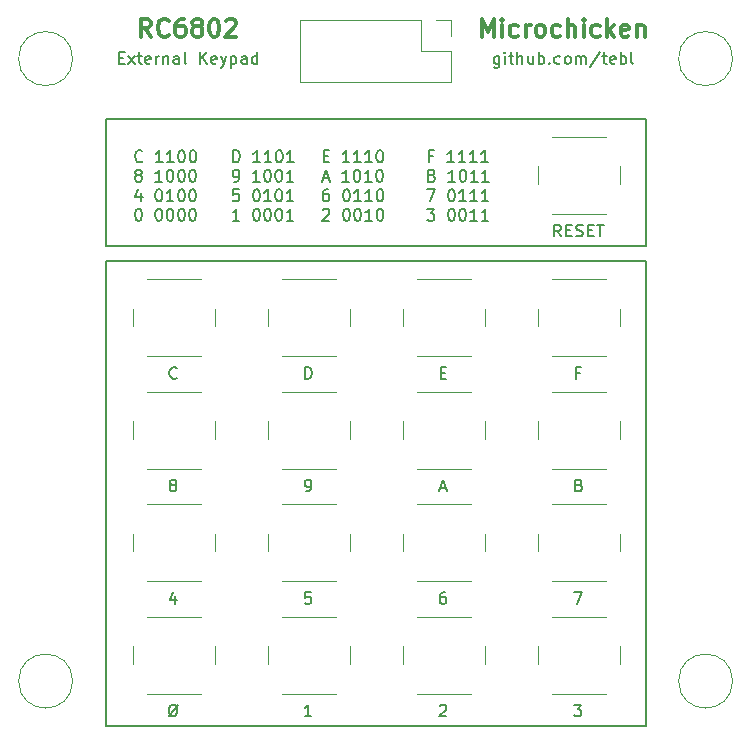
<source format=gto>
G04 #@! TF.FileFunction,Legend,Top*
%FSLAX46Y46*%
G04 Gerber Fmt 4.6, Leading zero omitted, Abs format (unit mm)*
G04 Created by KiCad (PCBNEW 4.0.7) date 09/22/19 17:23:35*
%MOMM*%
%LPD*%
G01*
G04 APERTURE LIST*
%ADD10C,0.100000*%
%ADD11C,0.300000*%
%ADD12C,0.150000*%
%ADD13C,0.200000*%
%ADD14C,0.120000*%
G04 APERTURE END LIST*
D10*
D11*
X157572143Y-82593571D02*
X157572143Y-81093571D01*
X158072143Y-82165000D01*
X158572143Y-81093571D01*
X158572143Y-82593571D01*
X159286429Y-82593571D02*
X159286429Y-81593571D01*
X159286429Y-81093571D02*
X159215000Y-81165000D01*
X159286429Y-81236429D01*
X159357857Y-81165000D01*
X159286429Y-81093571D01*
X159286429Y-81236429D01*
X160643572Y-82522143D02*
X160500715Y-82593571D01*
X160215001Y-82593571D01*
X160072143Y-82522143D01*
X160000715Y-82450714D01*
X159929286Y-82307857D01*
X159929286Y-81879286D01*
X160000715Y-81736429D01*
X160072143Y-81665000D01*
X160215001Y-81593571D01*
X160500715Y-81593571D01*
X160643572Y-81665000D01*
X161286429Y-82593571D02*
X161286429Y-81593571D01*
X161286429Y-81879286D02*
X161357857Y-81736429D01*
X161429286Y-81665000D01*
X161572143Y-81593571D01*
X161715000Y-81593571D01*
X162429286Y-82593571D02*
X162286428Y-82522143D01*
X162215000Y-82450714D01*
X162143571Y-82307857D01*
X162143571Y-81879286D01*
X162215000Y-81736429D01*
X162286428Y-81665000D01*
X162429286Y-81593571D01*
X162643571Y-81593571D01*
X162786428Y-81665000D01*
X162857857Y-81736429D01*
X162929286Y-81879286D01*
X162929286Y-82307857D01*
X162857857Y-82450714D01*
X162786428Y-82522143D01*
X162643571Y-82593571D01*
X162429286Y-82593571D01*
X164215000Y-82522143D02*
X164072143Y-82593571D01*
X163786429Y-82593571D01*
X163643571Y-82522143D01*
X163572143Y-82450714D01*
X163500714Y-82307857D01*
X163500714Y-81879286D01*
X163572143Y-81736429D01*
X163643571Y-81665000D01*
X163786429Y-81593571D01*
X164072143Y-81593571D01*
X164215000Y-81665000D01*
X164857857Y-82593571D02*
X164857857Y-81093571D01*
X165500714Y-82593571D02*
X165500714Y-81807857D01*
X165429285Y-81665000D01*
X165286428Y-81593571D01*
X165072143Y-81593571D01*
X164929285Y-81665000D01*
X164857857Y-81736429D01*
X166215000Y-82593571D02*
X166215000Y-81593571D01*
X166215000Y-81093571D02*
X166143571Y-81165000D01*
X166215000Y-81236429D01*
X166286428Y-81165000D01*
X166215000Y-81093571D01*
X166215000Y-81236429D01*
X167572143Y-82522143D02*
X167429286Y-82593571D01*
X167143572Y-82593571D01*
X167000714Y-82522143D01*
X166929286Y-82450714D01*
X166857857Y-82307857D01*
X166857857Y-81879286D01*
X166929286Y-81736429D01*
X167000714Y-81665000D01*
X167143572Y-81593571D01*
X167429286Y-81593571D01*
X167572143Y-81665000D01*
X168215000Y-82593571D02*
X168215000Y-81093571D01*
X168357857Y-82022143D02*
X168786428Y-82593571D01*
X168786428Y-81593571D02*
X168215000Y-82165000D01*
X170000714Y-82522143D02*
X169857857Y-82593571D01*
X169572143Y-82593571D01*
X169429286Y-82522143D01*
X169357857Y-82379286D01*
X169357857Y-81807857D01*
X169429286Y-81665000D01*
X169572143Y-81593571D01*
X169857857Y-81593571D01*
X170000714Y-81665000D01*
X170072143Y-81807857D01*
X170072143Y-81950714D01*
X169357857Y-82093571D01*
X170715000Y-81593571D02*
X170715000Y-82593571D01*
X170715000Y-81736429D02*
X170786428Y-81665000D01*
X170929286Y-81593571D01*
X171143571Y-81593571D01*
X171286428Y-81665000D01*
X171357857Y-81807857D01*
X171357857Y-82593571D01*
D12*
X153432143Y-92703571D02*
X153098809Y-92703571D01*
X153098809Y-93227381D02*
X153098809Y-92227381D01*
X153575000Y-92227381D01*
X155241667Y-93227381D02*
X154670238Y-93227381D01*
X154955952Y-93227381D02*
X154955952Y-92227381D01*
X154860714Y-92370238D01*
X154765476Y-92465476D01*
X154670238Y-92513095D01*
X156194048Y-93227381D02*
X155622619Y-93227381D01*
X155908333Y-93227381D02*
X155908333Y-92227381D01*
X155813095Y-92370238D01*
X155717857Y-92465476D01*
X155622619Y-92513095D01*
X157146429Y-93227381D02*
X156575000Y-93227381D01*
X156860714Y-93227381D02*
X156860714Y-92227381D01*
X156765476Y-92370238D01*
X156670238Y-92465476D01*
X156575000Y-92513095D01*
X158098810Y-93227381D02*
X157527381Y-93227381D01*
X157813095Y-93227381D02*
X157813095Y-92227381D01*
X157717857Y-92370238D01*
X157622619Y-92465476D01*
X157527381Y-92513095D01*
X153360715Y-94353571D02*
X153503572Y-94401190D01*
X153551191Y-94448810D01*
X153598810Y-94544048D01*
X153598810Y-94686905D01*
X153551191Y-94782143D01*
X153503572Y-94829762D01*
X153408334Y-94877381D01*
X153027381Y-94877381D01*
X153027381Y-93877381D01*
X153360715Y-93877381D01*
X153455953Y-93925000D01*
X153503572Y-93972619D01*
X153551191Y-94067857D01*
X153551191Y-94163095D01*
X153503572Y-94258333D01*
X153455953Y-94305952D01*
X153360715Y-94353571D01*
X153027381Y-94353571D01*
X155313096Y-94877381D02*
X154741667Y-94877381D01*
X155027381Y-94877381D02*
X155027381Y-93877381D01*
X154932143Y-94020238D01*
X154836905Y-94115476D01*
X154741667Y-94163095D01*
X155932143Y-93877381D02*
X156027382Y-93877381D01*
X156122620Y-93925000D01*
X156170239Y-93972619D01*
X156217858Y-94067857D01*
X156265477Y-94258333D01*
X156265477Y-94496429D01*
X156217858Y-94686905D01*
X156170239Y-94782143D01*
X156122620Y-94829762D01*
X156027382Y-94877381D01*
X155932143Y-94877381D01*
X155836905Y-94829762D01*
X155789286Y-94782143D01*
X155741667Y-94686905D01*
X155694048Y-94496429D01*
X155694048Y-94258333D01*
X155741667Y-94067857D01*
X155789286Y-93972619D01*
X155836905Y-93925000D01*
X155932143Y-93877381D01*
X157217858Y-94877381D02*
X156646429Y-94877381D01*
X156932143Y-94877381D02*
X156932143Y-93877381D01*
X156836905Y-94020238D01*
X156741667Y-94115476D01*
X156646429Y-94163095D01*
X158170239Y-94877381D02*
X157598810Y-94877381D01*
X157884524Y-94877381D02*
X157884524Y-93877381D01*
X157789286Y-94020238D01*
X157694048Y-94115476D01*
X157598810Y-94163095D01*
X152955952Y-95527381D02*
X153622619Y-95527381D01*
X153194047Y-96527381D01*
X154955952Y-95527381D02*
X155051191Y-95527381D01*
X155146429Y-95575000D01*
X155194048Y-95622619D01*
X155241667Y-95717857D01*
X155289286Y-95908333D01*
X155289286Y-96146429D01*
X155241667Y-96336905D01*
X155194048Y-96432143D01*
X155146429Y-96479762D01*
X155051191Y-96527381D01*
X154955952Y-96527381D01*
X154860714Y-96479762D01*
X154813095Y-96432143D01*
X154765476Y-96336905D01*
X154717857Y-96146429D01*
X154717857Y-95908333D01*
X154765476Y-95717857D01*
X154813095Y-95622619D01*
X154860714Y-95575000D01*
X154955952Y-95527381D01*
X156241667Y-96527381D02*
X155670238Y-96527381D01*
X155955952Y-96527381D02*
X155955952Y-95527381D01*
X155860714Y-95670238D01*
X155765476Y-95765476D01*
X155670238Y-95813095D01*
X157194048Y-96527381D02*
X156622619Y-96527381D01*
X156908333Y-96527381D02*
X156908333Y-95527381D01*
X156813095Y-95670238D01*
X156717857Y-95765476D01*
X156622619Y-95813095D01*
X158146429Y-96527381D02*
X157575000Y-96527381D01*
X157860714Y-96527381D02*
X157860714Y-95527381D01*
X157765476Y-95670238D01*
X157670238Y-95765476D01*
X157575000Y-95813095D01*
X152955952Y-97177381D02*
X153575000Y-97177381D01*
X153241666Y-97558333D01*
X153384524Y-97558333D01*
X153479762Y-97605952D01*
X153527381Y-97653571D01*
X153575000Y-97748810D01*
X153575000Y-97986905D01*
X153527381Y-98082143D01*
X153479762Y-98129762D01*
X153384524Y-98177381D01*
X153098809Y-98177381D01*
X153003571Y-98129762D01*
X152955952Y-98082143D01*
X154955952Y-97177381D02*
X155051191Y-97177381D01*
X155146429Y-97225000D01*
X155194048Y-97272619D01*
X155241667Y-97367857D01*
X155289286Y-97558333D01*
X155289286Y-97796429D01*
X155241667Y-97986905D01*
X155194048Y-98082143D01*
X155146429Y-98129762D01*
X155051191Y-98177381D01*
X154955952Y-98177381D01*
X154860714Y-98129762D01*
X154813095Y-98082143D01*
X154765476Y-97986905D01*
X154717857Y-97796429D01*
X154717857Y-97558333D01*
X154765476Y-97367857D01*
X154813095Y-97272619D01*
X154860714Y-97225000D01*
X154955952Y-97177381D01*
X155908333Y-97177381D02*
X156003572Y-97177381D01*
X156098810Y-97225000D01*
X156146429Y-97272619D01*
X156194048Y-97367857D01*
X156241667Y-97558333D01*
X156241667Y-97796429D01*
X156194048Y-97986905D01*
X156146429Y-98082143D01*
X156098810Y-98129762D01*
X156003572Y-98177381D01*
X155908333Y-98177381D01*
X155813095Y-98129762D01*
X155765476Y-98082143D01*
X155717857Y-97986905D01*
X155670238Y-97796429D01*
X155670238Y-97558333D01*
X155717857Y-97367857D01*
X155765476Y-97272619D01*
X155813095Y-97225000D01*
X155908333Y-97177381D01*
X157194048Y-98177381D02*
X156622619Y-98177381D01*
X156908333Y-98177381D02*
X156908333Y-97177381D01*
X156813095Y-97320238D01*
X156717857Y-97415476D01*
X156622619Y-97463095D01*
X158146429Y-98177381D02*
X157575000Y-98177381D01*
X157860714Y-98177381D02*
X157860714Y-97177381D01*
X157765476Y-97320238D01*
X157670238Y-97415476D01*
X157575000Y-97463095D01*
X144185000Y-92703571D02*
X144518334Y-92703571D01*
X144661191Y-93227381D02*
X144185000Y-93227381D01*
X144185000Y-92227381D01*
X144661191Y-92227381D01*
X146375477Y-93227381D02*
X145804048Y-93227381D01*
X146089762Y-93227381D02*
X146089762Y-92227381D01*
X145994524Y-92370238D01*
X145899286Y-92465476D01*
X145804048Y-92513095D01*
X147327858Y-93227381D02*
X146756429Y-93227381D01*
X147042143Y-93227381D02*
X147042143Y-92227381D01*
X146946905Y-92370238D01*
X146851667Y-92465476D01*
X146756429Y-92513095D01*
X148280239Y-93227381D02*
X147708810Y-93227381D01*
X147994524Y-93227381D02*
X147994524Y-92227381D01*
X147899286Y-92370238D01*
X147804048Y-92465476D01*
X147708810Y-92513095D01*
X148899286Y-92227381D02*
X148994525Y-92227381D01*
X149089763Y-92275000D01*
X149137382Y-92322619D01*
X149185001Y-92417857D01*
X149232620Y-92608333D01*
X149232620Y-92846429D01*
X149185001Y-93036905D01*
X149137382Y-93132143D01*
X149089763Y-93179762D01*
X148994525Y-93227381D01*
X148899286Y-93227381D01*
X148804048Y-93179762D01*
X148756429Y-93132143D01*
X148708810Y-93036905D01*
X148661191Y-92846429D01*
X148661191Y-92608333D01*
X148708810Y-92417857D01*
X148756429Y-92322619D01*
X148804048Y-92275000D01*
X148899286Y-92227381D01*
X144161190Y-94591667D02*
X144637381Y-94591667D01*
X144065952Y-94877381D02*
X144399285Y-93877381D01*
X144732619Y-94877381D01*
X146351667Y-94877381D02*
X145780238Y-94877381D01*
X146065952Y-94877381D02*
X146065952Y-93877381D01*
X145970714Y-94020238D01*
X145875476Y-94115476D01*
X145780238Y-94163095D01*
X146970714Y-93877381D02*
X147065953Y-93877381D01*
X147161191Y-93925000D01*
X147208810Y-93972619D01*
X147256429Y-94067857D01*
X147304048Y-94258333D01*
X147304048Y-94496429D01*
X147256429Y-94686905D01*
X147208810Y-94782143D01*
X147161191Y-94829762D01*
X147065953Y-94877381D01*
X146970714Y-94877381D01*
X146875476Y-94829762D01*
X146827857Y-94782143D01*
X146780238Y-94686905D01*
X146732619Y-94496429D01*
X146732619Y-94258333D01*
X146780238Y-94067857D01*
X146827857Y-93972619D01*
X146875476Y-93925000D01*
X146970714Y-93877381D01*
X148256429Y-94877381D02*
X147685000Y-94877381D01*
X147970714Y-94877381D02*
X147970714Y-93877381D01*
X147875476Y-94020238D01*
X147780238Y-94115476D01*
X147685000Y-94163095D01*
X148875476Y-93877381D02*
X148970715Y-93877381D01*
X149065953Y-93925000D01*
X149113572Y-93972619D01*
X149161191Y-94067857D01*
X149208810Y-94258333D01*
X149208810Y-94496429D01*
X149161191Y-94686905D01*
X149113572Y-94782143D01*
X149065953Y-94829762D01*
X148970715Y-94877381D01*
X148875476Y-94877381D01*
X148780238Y-94829762D01*
X148732619Y-94782143D01*
X148685000Y-94686905D01*
X148637381Y-94496429D01*
X148637381Y-94258333D01*
X148685000Y-94067857D01*
X148732619Y-93972619D01*
X148780238Y-93925000D01*
X148875476Y-93877381D01*
X144589762Y-95527381D02*
X144399285Y-95527381D01*
X144304047Y-95575000D01*
X144256428Y-95622619D01*
X144161190Y-95765476D01*
X144113571Y-95955952D01*
X144113571Y-96336905D01*
X144161190Y-96432143D01*
X144208809Y-96479762D01*
X144304047Y-96527381D01*
X144494524Y-96527381D01*
X144589762Y-96479762D01*
X144637381Y-96432143D01*
X144685000Y-96336905D01*
X144685000Y-96098810D01*
X144637381Y-96003571D01*
X144589762Y-95955952D01*
X144494524Y-95908333D01*
X144304047Y-95908333D01*
X144208809Y-95955952D01*
X144161190Y-96003571D01*
X144113571Y-96098810D01*
X146065952Y-95527381D02*
X146161191Y-95527381D01*
X146256429Y-95575000D01*
X146304048Y-95622619D01*
X146351667Y-95717857D01*
X146399286Y-95908333D01*
X146399286Y-96146429D01*
X146351667Y-96336905D01*
X146304048Y-96432143D01*
X146256429Y-96479762D01*
X146161191Y-96527381D01*
X146065952Y-96527381D01*
X145970714Y-96479762D01*
X145923095Y-96432143D01*
X145875476Y-96336905D01*
X145827857Y-96146429D01*
X145827857Y-95908333D01*
X145875476Y-95717857D01*
X145923095Y-95622619D01*
X145970714Y-95575000D01*
X146065952Y-95527381D01*
X147351667Y-96527381D02*
X146780238Y-96527381D01*
X147065952Y-96527381D02*
X147065952Y-95527381D01*
X146970714Y-95670238D01*
X146875476Y-95765476D01*
X146780238Y-95813095D01*
X148304048Y-96527381D02*
X147732619Y-96527381D01*
X148018333Y-96527381D02*
X148018333Y-95527381D01*
X147923095Y-95670238D01*
X147827857Y-95765476D01*
X147732619Y-95813095D01*
X148923095Y-95527381D02*
X149018334Y-95527381D01*
X149113572Y-95575000D01*
X149161191Y-95622619D01*
X149208810Y-95717857D01*
X149256429Y-95908333D01*
X149256429Y-96146429D01*
X149208810Y-96336905D01*
X149161191Y-96432143D01*
X149113572Y-96479762D01*
X149018334Y-96527381D01*
X148923095Y-96527381D01*
X148827857Y-96479762D01*
X148780238Y-96432143D01*
X148732619Y-96336905D01*
X148685000Y-96146429D01*
X148685000Y-95908333D01*
X148732619Y-95717857D01*
X148780238Y-95622619D01*
X148827857Y-95575000D01*
X148923095Y-95527381D01*
X144113571Y-97272619D02*
X144161190Y-97225000D01*
X144256428Y-97177381D01*
X144494524Y-97177381D01*
X144589762Y-97225000D01*
X144637381Y-97272619D01*
X144685000Y-97367857D01*
X144685000Y-97463095D01*
X144637381Y-97605952D01*
X144065952Y-98177381D01*
X144685000Y-98177381D01*
X146065952Y-97177381D02*
X146161191Y-97177381D01*
X146256429Y-97225000D01*
X146304048Y-97272619D01*
X146351667Y-97367857D01*
X146399286Y-97558333D01*
X146399286Y-97796429D01*
X146351667Y-97986905D01*
X146304048Y-98082143D01*
X146256429Y-98129762D01*
X146161191Y-98177381D01*
X146065952Y-98177381D01*
X145970714Y-98129762D01*
X145923095Y-98082143D01*
X145875476Y-97986905D01*
X145827857Y-97796429D01*
X145827857Y-97558333D01*
X145875476Y-97367857D01*
X145923095Y-97272619D01*
X145970714Y-97225000D01*
X146065952Y-97177381D01*
X147018333Y-97177381D02*
X147113572Y-97177381D01*
X147208810Y-97225000D01*
X147256429Y-97272619D01*
X147304048Y-97367857D01*
X147351667Y-97558333D01*
X147351667Y-97796429D01*
X147304048Y-97986905D01*
X147256429Y-98082143D01*
X147208810Y-98129762D01*
X147113572Y-98177381D01*
X147018333Y-98177381D01*
X146923095Y-98129762D01*
X146875476Y-98082143D01*
X146827857Y-97986905D01*
X146780238Y-97796429D01*
X146780238Y-97558333D01*
X146827857Y-97367857D01*
X146875476Y-97272619D01*
X146923095Y-97225000D01*
X147018333Y-97177381D01*
X148304048Y-98177381D02*
X147732619Y-98177381D01*
X148018333Y-98177381D02*
X148018333Y-97177381D01*
X147923095Y-97320238D01*
X147827857Y-97415476D01*
X147732619Y-97463095D01*
X148923095Y-97177381D02*
X149018334Y-97177381D01*
X149113572Y-97225000D01*
X149161191Y-97272619D01*
X149208810Y-97367857D01*
X149256429Y-97558333D01*
X149256429Y-97796429D01*
X149208810Y-97986905D01*
X149161191Y-98082143D01*
X149113572Y-98129762D01*
X149018334Y-98177381D01*
X148923095Y-98177381D01*
X148827857Y-98129762D01*
X148780238Y-98082143D01*
X148732619Y-97986905D01*
X148685000Y-97796429D01*
X148685000Y-97558333D01*
X148732619Y-97367857D01*
X148780238Y-97272619D01*
X148827857Y-97225000D01*
X148923095Y-97177381D01*
X136517381Y-93227381D02*
X136517381Y-92227381D01*
X136755476Y-92227381D01*
X136898334Y-92275000D01*
X136993572Y-92370238D01*
X137041191Y-92465476D01*
X137088810Y-92655952D01*
X137088810Y-92798810D01*
X137041191Y-92989286D01*
X136993572Y-93084524D01*
X136898334Y-93179762D01*
X136755476Y-93227381D01*
X136517381Y-93227381D01*
X138803096Y-93227381D02*
X138231667Y-93227381D01*
X138517381Y-93227381D02*
X138517381Y-92227381D01*
X138422143Y-92370238D01*
X138326905Y-92465476D01*
X138231667Y-92513095D01*
X139755477Y-93227381D02*
X139184048Y-93227381D01*
X139469762Y-93227381D02*
X139469762Y-92227381D01*
X139374524Y-92370238D01*
X139279286Y-92465476D01*
X139184048Y-92513095D01*
X140374524Y-92227381D02*
X140469763Y-92227381D01*
X140565001Y-92275000D01*
X140612620Y-92322619D01*
X140660239Y-92417857D01*
X140707858Y-92608333D01*
X140707858Y-92846429D01*
X140660239Y-93036905D01*
X140612620Y-93132143D01*
X140565001Y-93179762D01*
X140469763Y-93227381D01*
X140374524Y-93227381D01*
X140279286Y-93179762D01*
X140231667Y-93132143D01*
X140184048Y-93036905D01*
X140136429Y-92846429D01*
X140136429Y-92608333D01*
X140184048Y-92417857D01*
X140231667Y-92322619D01*
X140279286Y-92275000D01*
X140374524Y-92227381D01*
X141660239Y-93227381D02*
X141088810Y-93227381D01*
X141374524Y-93227381D02*
X141374524Y-92227381D01*
X141279286Y-92370238D01*
X141184048Y-92465476D01*
X141088810Y-92513095D01*
X136588809Y-94877381D02*
X136779285Y-94877381D01*
X136874524Y-94829762D01*
X136922143Y-94782143D01*
X137017381Y-94639286D01*
X137065000Y-94448810D01*
X137065000Y-94067857D01*
X137017381Y-93972619D01*
X136969762Y-93925000D01*
X136874524Y-93877381D01*
X136684047Y-93877381D01*
X136588809Y-93925000D01*
X136541190Y-93972619D01*
X136493571Y-94067857D01*
X136493571Y-94305952D01*
X136541190Y-94401190D01*
X136588809Y-94448810D01*
X136684047Y-94496429D01*
X136874524Y-94496429D01*
X136969762Y-94448810D01*
X137017381Y-94401190D01*
X137065000Y-94305952D01*
X138779286Y-94877381D02*
X138207857Y-94877381D01*
X138493571Y-94877381D02*
X138493571Y-93877381D01*
X138398333Y-94020238D01*
X138303095Y-94115476D01*
X138207857Y-94163095D01*
X139398333Y-93877381D02*
X139493572Y-93877381D01*
X139588810Y-93925000D01*
X139636429Y-93972619D01*
X139684048Y-94067857D01*
X139731667Y-94258333D01*
X139731667Y-94496429D01*
X139684048Y-94686905D01*
X139636429Y-94782143D01*
X139588810Y-94829762D01*
X139493572Y-94877381D01*
X139398333Y-94877381D01*
X139303095Y-94829762D01*
X139255476Y-94782143D01*
X139207857Y-94686905D01*
X139160238Y-94496429D01*
X139160238Y-94258333D01*
X139207857Y-94067857D01*
X139255476Y-93972619D01*
X139303095Y-93925000D01*
X139398333Y-93877381D01*
X140350714Y-93877381D02*
X140445953Y-93877381D01*
X140541191Y-93925000D01*
X140588810Y-93972619D01*
X140636429Y-94067857D01*
X140684048Y-94258333D01*
X140684048Y-94496429D01*
X140636429Y-94686905D01*
X140588810Y-94782143D01*
X140541191Y-94829762D01*
X140445953Y-94877381D01*
X140350714Y-94877381D01*
X140255476Y-94829762D01*
X140207857Y-94782143D01*
X140160238Y-94686905D01*
X140112619Y-94496429D01*
X140112619Y-94258333D01*
X140160238Y-94067857D01*
X140207857Y-93972619D01*
X140255476Y-93925000D01*
X140350714Y-93877381D01*
X141636429Y-94877381D02*
X141065000Y-94877381D01*
X141350714Y-94877381D02*
X141350714Y-93877381D01*
X141255476Y-94020238D01*
X141160238Y-94115476D01*
X141065000Y-94163095D01*
X137017381Y-95527381D02*
X136541190Y-95527381D01*
X136493571Y-96003571D01*
X136541190Y-95955952D01*
X136636428Y-95908333D01*
X136874524Y-95908333D01*
X136969762Y-95955952D01*
X137017381Y-96003571D01*
X137065000Y-96098810D01*
X137065000Y-96336905D01*
X137017381Y-96432143D01*
X136969762Y-96479762D01*
X136874524Y-96527381D01*
X136636428Y-96527381D01*
X136541190Y-96479762D01*
X136493571Y-96432143D01*
X138445952Y-95527381D02*
X138541191Y-95527381D01*
X138636429Y-95575000D01*
X138684048Y-95622619D01*
X138731667Y-95717857D01*
X138779286Y-95908333D01*
X138779286Y-96146429D01*
X138731667Y-96336905D01*
X138684048Y-96432143D01*
X138636429Y-96479762D01*
X138541191Y-96527381D01*
X138445952Y-96527381D01*
X138350714Y-96479762D01*
X138303095Y-96432143D01*
X138255476Y-96336905D01*
X138207857Y-96146429D01*
X138207857Y-95908333D01*
X138255476Y-95717857D01*
X138303095Y-95622619D01*
X138350714Y-95575000D01*
X138445952Y-95527381D01*
X139731667Y-96527381D02*
X139160238Y-96527381D01*
X139445952Y-96527381D02*
X139445952Y-95527381D01*
X139350714Y-95670238D01*
X139255476Y-95765476D01*
X139160238Y-95813095D01*
X140350714Y-95527381D02*
X140445953Y-95527381D01*
X140541191Y-95575000D01*
X140588810Y-95622619D01*
X140636429Y-95717857D01*
X140684048Y-95908333D01*
X140684048Y-96146429D01*
X140636429Y-96336905D01*
X140588810Y-96432143D01*
X140541191Y-96479762D01*
X140445953Y-96527381D01*
X140350714Y-96527381D01*
X140255476Y-96479762D01*
X140207857Y-96432143D01*
X140160238Y-96336905D01*
X140112619Y-96146429D01*
X140112619Y-95908333D01*
X140160238Y-95717857D01*
X140207857Y-95622619D01*
X140255476Y-95575000D01*
X140350714Y-95527381D01*
X141636429Y-96527381D02*
X141065000Y-96527381D01*
X141350714Y-96527381D02*
X141350714Y-95527381D01*
X141255476Y-95670238D01*
X141160238Y-95765476D01*
X141065000Y-95813095D01*
X137065000Y-98177381D02*
X136493571Y-98177381D01*
X136779285Y-98177381D02*
X136779285Y-97177381D01*
X136684047Y-97320238D01*
X136588809Y-97415476D01*
X136493571Y-97463095D01*
X138445952Y-97177381D02*
X138541191Y-97177381D01*
X138636429Y-97225000D01*
X138684048Y-97272619D01*
X138731667Y-97367857D01*
X138779286Y-97558333D01*
X138779286Y-97796429D01*
X138731667Y-97986905D01*
X138684048Y-98082143D01*
X138636429Y-98129762D01*
X138541191Y-98177381D01*
X138445952Y-98177381D01*
X138350714Y-98129762D01*
X138303095Y-98082143D01*
X138255476Y-97986905D01*
X138207857Y-97796429D01*
X138207857Y-97558333D01*
X138255476Y-97367857D01*
X138303095Y-97272619D01*
X138350714Y-97225000D01*
X138445952Y-97177381D01*
X139398333Y-97177381D02*
X139493572Y-97177381D01*
X139588810Y-97225000D01*
X139636429Y-97272619D01*
X139684048Y-97367857D01*
X139731667Y-97558333D01*
X139731667Y-97796429D01*
X139684048Y-97986905D01*
X139636429Y-98082143D01*
X139588810Y-98129762D01*
X139493572Y-98177381D01*
X139398333Y-98177381D01*
X139303095Y-98129762D01*
X139255476Y-98082143D01*
X139207857Y-97986905D01*
X139160238Y-97796429D01*
X139160238Y-97558333D01*
X139207857Y-97367857D01*
X139255476Y-97272619D01*
X139303095Y-97225000D01*
X139398333Y-97177381D01*
X140350714Y-97177381D02*
X140445953Y-97177381D01*
X140541191Y-97225000D01*
X140588810Y-97272619D01*
X140636429Y-97367857D01*
X140684048Y-97558333D01*
X140684048Y-97796429D01*
X140636429Y-97986905D01*
X140588810Y-98082143D01*
X140541191Y-98129762D01*
X140445953Y-98177381D01*
X140350714Y-98177381D01*
X140255476Y-98129762D01*
X140207857Y-98082143D01*
X140160238Y-97986905D01*
X140112619Y-97796429D01*
X140112619Y-97558333D01*
X140160238Y-97367857D01*
X140207857Y-97272619D01*
X140255476Y-97225000D01*
X140350714Y-97177381D01*
X141636429Y-98177381D02*
X141065000Y-98177381D01*
X141350714Y-98177381D02*
X141350714Y-97177381D01*
X141255476Y-97320238D01*
X141160238Y-97415476D01*
X141065000Y-97463095D01*
X128833810Y-93132143D02*
X128786191Y-93179762D01*
X128643334Y-93227381D01*
X128548096Y-93227381D01*
X128405238Y-93179762D01*
X128310000Y-93084524D01*
X128262381Y-92989286D01*
X128214762Y-92798810D01*
X128214762Y-92655952D01*
X128262381Y-92465476D01*
X128310000Y-92370238D01*
X128405238Y-92275000D01*
X128548096Y-92227381D01*
X128643334Y-92227381D01*
X128786191Y-92275000D01*
X128833810Y-92322619D01*
X130548096Y-93227381D02*
X129976667Y-93227381D01*
X130262381Y-93227381D02*
X130262381Y-92227381D01*
X130167143Y-92370238D01*
X130071905Y-92465476D01*
X129976667Y-92513095D01*
X131500477Y-93227381D02*
X130929048Y-93227381D01*
X131214762Y-93227381D02*
X131214762Y-92227381D01*
X131119524Y-92370238D01*
X131024286Y-92465476D01*
X130929048Y-92513095D01*
X132119524Y-92227381D02*
X132214763Y-92227381D01*
X132310001Y-92275000D01*
X132357620Y-92322619D01*
X132405239Y-92417857D01*
X132452858Y-92608333D01*
X132452858Y-92846429D01*
X132405239Y-93036905D01*
X132357620Y-93132143D01*
X132310001Y-93179762D01*
X132214763Y-93227381D01*
X132119524Y-93227381D01*
X132024286Y-93179762D01*
X131976667Y-93132143D01*
X131929048Y-93036905D01*
X131881429Y-92846429D01*
X131881429Y-92608333D01*
X131929048Y-92417857D01*
X131976667Y-92322619D01*
X132024286Y-92275000D01*
X132119524Y-92227381D01*
X133071905Y-92227381D02*
X133167144Y-92227381D01*
X133262382Y-92275000D01*
X133310001Y-92322619D01*
X133357620Y-92417857D01*
X133405239Y-92608333D01*
X133405239Y-92846429D01*
X133357620Y-93036905D01*
X133310001Y-93132143D01*
X133262382Y-93179762D01*
X133167144Y-93227381D01*
X133071905Y-93227381D01*
X132976667Y-93179762D01*
X132929048Y-93132143D01*
X132881429Y-93036905D01*
X132833810Y-92846429D01*
X132833810Y-92608333D01*
X132881429Y-92417857D01*
X132929048Y-92322619D01*
X132976667Y-92275000D01*
X133071905Y-92227381D01*
X128429047Y-94305952D02*
X128333809Y-94258333D01*
X128286190Y-94210714D01*
X128238571Y-94115476D01*
X128238571Y-94067857D01*
X128286190Y-93972619D01*
X128333809Y-93925000D01*
X128429047Y-93877381D01*
X128619524Y-93877381D01*
X128714762Y-93925000D01*
X128762381Y-93972619D01*
X128810000Y-94067857D01*
X128810000Y-94115476D01*
X128762381Y-94210714D01*
X128714762Y-94258333D01*
X128619524Y-94305952D01*
X128429047Y-94305952D01*
X128333809Y-94353571D01*
X128286190Y-94401190D01*
X128238571Y-94496429D01*
X128238571Y-94686905D01*
X128286190Y-94782143D01*
X128333809Y-94829762D01*
X128429047Y-94877381D01*
X128619524Y-94877381D01*
X128714762Y-94829762D01*
X128762381Y-94782143D01*
X128810000Y-94686905D01*
X128810000Y-94496429D01*
X128762381Y-94401190D01*
X128714762Y-94353571D01*
X128619524Y-94305952D01*
X130524286Y-94877381D02*
X129952857Y-94877381D01*
X130238571Y-94877381D02*
X130238571Y-93877381D01*
X130143333Y-94020238D01*
X130048095Y-94115476D01*
X129952857Y-94163095D01*
X131143333Y-93877381D02*
X131238572Y-93877381D01*
X131333810Y-93925000D01*
X131381429Y-93972619D01*
X131429048Y-94067857D01*
X131476667Y-94258333D01*
X131476667Y-94496429D01*
X131429048Y-94686905D01*
X131381429Y-94782143D01*
X131333810Y-94829762D01*
X131238572Y-94877381D01*
X131143333Y-94877381D01*
X131048095Y-94829762D01*
X131000476Y-94782143D01*
X130952857Y-94686905D01*
X130905238Y-94496429D01*
X130905238Y-94258333D01*
X130952857Y-94067857D01*
X131000476Y-93972619D01*
X131048095Y-93925000D01*
X131143333Y-93877381D01*
X132095714Y-93877381D02*
X132190953Y-93877381D01*
X132286191Y-93925000D01*
X132333810Y-93972619D01*
X132381429Y-94067857D01*
X132429048Y-94258333D01*
X132429048Y-94496429D01*
X132381429Y-94686905D01*
X132333810Y-94782143D01*
X132286191Y-94829762D01*
X132190953Y-94877381D01*
X132095714Y-94877381D01*
X132000476Y-94829762D01*
X131952857Y-94782143D01*
X131905238Y-94686905D01*
X131857619Y-94496429D01*
X131857619Y-94258333D01*
X131905238Y-94067857D01*
X131952857Y-93972619D01*
X132000476Y-93925000D01*
X132095714Y-93877381D01*
X133048095Y-93877381D02*
X133143334Y-93877381D01*
X133238572Y-93925000D01*
X133286191Y-93972619D01*
X133333810Y-94067857D01*
X133381429Y-94258333D01*
X133381429Y-94496429D01*
X133333810Y-94686905D01*
X133286191Y-94782143D01*
X133238572Y-94829762D01*
X133143334Y-94877381D01*
X133048095Y-94877381D01*
X132952857Y-94829762D01*
X132905238Y-94782143D01*
X132857619Y-94686905D01*
X132810000Y-94496429D01*
X132810000Y-94258333D01*
X132857619Y-94067857D01*
X132905238Y-93972619D01*
X132952857Y-93925000D01*
X133048095Y-93877381D01*
X128714762Y-95860714D02*
X128714762Y-96527381D01*
X128476666Y-95479762D02*
X128238571Y-96194048D01*
X128857619Y-96194048D01*
X130190952Y-95527381D02*
X130286191Y-95527381D01*
X130381429Y-95575000D01*
X130429048Y-95622619D01*
X130476667Y-95717857D01*
X130524286Y-95908333D01*
X130524286Y-96146429D01*
X130476667Y-96336905D01*
X130429048Y-96432143D01*
X130381429Y-96479762D01*
X130286191Y-96527381D01*
X130190952Y-96527381D01*
X130095714Y-96479762D01*
X130048095Y-96432143D01*
X130000476Y-96336905D01*
X129952857Y-96146429D01*
X129952857Y-95908333D01*
X130000476Y-95717857D01*
X130048095Y-95622619D01*
X130095714Y-95575000D01*
X130190952Y-95527381D01*
X131476667Y-96527381D02*
X130905238Y-96527381D01*
X131190952Y-96527381D02*
X131190952Y-95527381D01*
X131095714Y-95670238D01*
X131000476Y-95765476D01*
X130905238Y-95813095D01*
X132095714Y-95527381D02*
X132190953Y-95527381D01*
X132286191Y-95575000D01*
X132333810Y-95622619D01*
X132381429Y-95717857D01*
X132429048Y-95908333D01*
X132429048Y-96146429D01*
X132381429Y-96336905D01*
X132333810Y-96432143D01*
X132286191Y-96479762D01*
X132190953Y-96527381D01*
X132095714Y-96527381D01*
X132000476Y-96479762D01*
X131952857Y-96432143D01*
X131905238Y-96336905D01*
X131857619Y-96146429D01*
X131857619Y-95908333D01*
X131905238Y-95717857D01*
X131952857Y-95622619D01*
X132000476Y-95575000D01*
X132095714Y-95527381D01*
X133048095Y-95527381D02*
X133143334Y-95527381D01*
X133238572Y-95575000D01*
X133286191Y-95622619D01*
X133333810Y-95717857D01*
X133381429Y-95908333D01*
X133381429Y-96146429D01*
X133333810Y-96336905D01*
X133286191Y-96432143D01*
X133238572Y-96479762D01*
X133143334Y-96527381D01*
X133048095Y-96527381D01*
X132952857Y-96479762D01*
X132905238Y-96432143D01*
X132857619Y-96336905D01*
X132810000Y-96146429D01*
X132810000Y-95908333D01*
X132857619Y-95717857D01*
X132905238Y-95622619D01*
X132952857Y-95575000D01*
X133048095Y-95527381D01*
X128476666Y-97177381D02*
X128571905Y-97177381D01*
X128667143Y-97225000D01*
X128714762Y-97272619D01*
X128762381Y-97367857D01*
X128810000Y-97558333D01*
X128810000Y-97796429D01*
X128762381Y-97986905D01*
X128714762Y-98082143D01*
X128667143Y-98129762D01*
X128571905Y-98177381D01*
X128476666Y-98177381D01*
X128381428Y-98129762D01*
X128333809Y-98082143D01*
X128286190Y-97986905D01*
X128238571Y-97796429D01*
X128238571Y-97558333D01*
X128286190Y-97367857D01*
X128333809Y-97272619D01*
X128381428Y-97225000D01*
X128476666Y-97177381D01*
X130190952Y-97177381D02*
X130286191Y-97177381D01*
X130381429Y-97225000D01*
X130429048Y-97272619D01*
X130476667Y-97367857D01*
X130524286Y-97558333D01*
X130524286Y-97796429D01*
X130476667Y-97986905D01*
X130429048Y-98082143D01*
X130381429Y-98129762D01*
X130286191Y-98177381D01*
X130190952Y-98177381D01*
X130095714Y-98129762D01*
X130048095Y-98082143D01*
X130000476Y-97986905D01*
X129952857Y-97796429D01*
X129952857Y-97558333D01*
X130000476Y-97367857D01*
X130048095Y-97272619D01*
X130095714Y-97225000D01*
X130190952Y-97177381D01*
X131143333Y-97177381D02*
X131238572Y-97177381D01*
X131333810Y-97225000D01*
X131381429Y-97272619D01*
X131429048Y-97367857D01*
X131476667Y-97558333D01*
X131476667Y-97796429D01*
X131429048Y-97986905D01*
X131381429Y-98082143D01*
X131333810Y-98129762D01*
X131238572Y-98177381D01*
X131143333Y-98177381D01*
X131048095Y-98129762D01*
X131000476Y-98082143D01*
X130952857Y-97986905D01*
X130905238Y-97796429D01*
X130905238Y-97558333D01*
X130952857Y-97367857D01*
X131000476Y-97272619D01*
X131048095Y-97225000D01*
X131143333Y-97177381D01*
X132095714Y-97177381D02*
X132190953Y-97177381D01*
X132286191Y-97225000D01*
X132333810Y-97272619D01*
X132381429Y-97367857D01*
X132429048Y-97558333D01*
X132429048Y-97796429D01*
X132381429Y-97986905D01*
X132333810Y-98082143D01*
X132286191Y-98129762D01*
X132190953Y-98177381D01*
X132095714Y-98177381D01*
X132000476Y-98129762D01*
X131952857Y-98082143D01*
X131905238Y-97986905D01*
X131857619Y-97796429D01*
X131857619Y-97558333D01*
X131905238Y-97367857D01*
X131952857Y-97272619D01*
X132000476Y-97225000D01*
X132095714Y-97177381D01*
X133048095Y-97177381D02*
X133143334Y-97177381D01*
X133238572Y-97225000D01*
X133286191Y-97272619D01*
X133333810Y-97367857D01*
X133381429Y-97558333D01*
X133381429Y-97796429D01*
X133333810Y-97986905D01*
X133286191Y-98082143D01*
X133238572Y-98129762D01*
X133143334Y-98177381D01*
X133048095Y-98177381D01*
X132952857Y-98129762D01*
X132905238Y-98082143D01*
X132857619Y-97986905D01*
X132810000Y-97796429D01*
X132810000Y-97558333D01*
X132857619Y-97367857D01*
X132905238Y-97272619D01*
X132952857Y-97225000D01*
X133048095Y-97177381D01*
X159060238Y-84240714D02*
X159060238Y-85050238D01*
X159012619Y-85145476D01*
X158965000Y-85193095D01*
X158869761Y-85240714D01*
X158726904Y-85240714D01*
X158631666Y-85193095D01*
X159060238Y-84859762D02*
X158965000Y-84907381D01*
X158774523Y-84907381D01*
X158679285Y-84859762D01*
X158631666Y-84812143D01*
X158584047Y-84716905D01*
X158584047Y-84431190D01*
X158631666Y-84335952D01*
X158679285Y-84288333D01*
X158774523Y-84240714D01*
X158965000Y-84240714D01*
X159060238Y-84288333D01*
X159536428Y-84907381D02*
X159536428Y-84240714D01*
X159536428Y-83907381D02*
X159488809Y-83955000D01*
X159536428Y-84002619D01*
X159584047Y-83955000D01*
X159536428Y-83907381D01*
X159536428Y-84002619D01*
X159869761Y-84240714D02*
X160250713Y-84240714D01*
X160012618Y-83907381D02*
X160012618Y-84764524D01*
X160060237Y-84859762D01*
X160155475Y-84907381D01*
X160250713Y-84907381D01*
X160584047Y-84907381D02*
X160584047Y-83907381D01*
X161012619Y-84907381D02*
X161012619Y-84383571D01*
X160965000Y-84288333D01*
X160869762Y-84240714D01*
X160726904Y-84240714D01*
X160631666Y-84288333D01*
X160584047Y-84335952D01*
X161917381Y-84240714D02*
X161917381Y-84907381D01*
X161488809Y-84240714D02*
X161488809Y-84764524D01*
X161536428Y-84859762D01*
X161631666Y-84907381D01*
X161774524Y-84907381D01*
X161869762Y-84859762D01*
X161917381Y-84812143D01*
X162393571Y-84907381D02*
X162393571Y-83907381D01*
X162393571Y-84288333D02*
X162488809Y-84240714D01*
X162679286Y-84240714D01*
X162774524Y-84288333D01*
X162822143Y-84335952D01*
X162869762Y-84431190D01*
X162869762Y-84716905D01*
X162822143Y-84812143D01*
X162774524Y-84859762D01*
X162679286Y-84907381D01*
X162488809Y-84907381D01*
X162393571Y-84859762D01*
X163298333Y-84812143D02*
X163345952Y-84859762D01*
X163298333Y-84907381D01*
X163250714Y-84859762D01*
X163298333Y-84812143D01*
X163298333Y-84907381D01*
X164203095Y-84859762D02*
X164107857Y-84907381D01*
X163917380Y-84907381D01*
X163822142Y-84859762D01*
X163774523Y-84812143D01*
X163726904Y-84716905D01*
X163726904Y-84431190D01*
X163774523Y-84335952D01*
X163822142Y-84288333D01*
X163917380Y-84240714D01*
X164107857Y-84240714D01*
X164203095Y-84288333D01*
X164774523Y-84907381D02*
X164679285Y-84859762D01*
X164631666Y-84812143D01*
X164584047Y-84716905D01*
X164584047Y-84431190D01*
X164631666Y-84335952D01*
X164679285Y-84288333D01*
X164774523Y-84240714D01*
X164917381Y-84240714D01*
X165012619Y-84288333D01*
X165060238Y-84335952D01*
X165107857Y-84431190D01*
X165107857Y-84716905D01*
X165060238Y-84812143D01*
X165012619Y-84859762D01*
X164917381Y-84907381D01*
X164774523Y-84907381D01*
X165536428Y-84907381D02*
X165536428Y-84240714D01*
X165536428Y-84335952D02*
X165584047Y-84288333D01*
X165679285Y-84240714D01*
X165822143Y-84240714D01*
X165917381Y-84288333D01*
X165965000Y-84383571D01*
X165965000Y-84907381D01*
X165965000Y-84383571D02*
X166012619Y-84288333D01*
X166107857Y-84240714D01*
X166250714Y-84240714D01*
X166345952Y-84288333D01*
X166393571Y-84383571D01*
X166393571Y-84907381D01*
X167584047Y-83859762D02*
X166726904Y-85145476D01*
X167774523Y-84240714D02*
X168155475Y-84240714D01*
X167917380Y-83907381D02*
X167917380Y-84764524D01*
X167964999Y-84859762D01*
X168060237Y-84907381D01*
X168155475Y-84907381D01*
X168869762Y-84859762D02*
X168774524Y-84907381D01*
X168584047Y-84907381D01*
X168488809Y-84859762D01*
X168441190Y-84764524D01*
X168441190Y-84383571D01*
X168488809Y-84288333D01*
X168584047Y-84240714D01*
X168774524Y-84240714D01*
X168869762Y-84288333D01*
X168917381Y-84383571D01*
X168917381Y-84478810D01*
X168441190Y-84574048D01*
X169345952Y-84907381D02*
X169345952Y-83907381D01*
X169345952Y-84288333D02*
X169441190Y-84240714D01*
X169631667Y-84240714D01*
X169726905Y-84288333D01*
X169774524Y-84335952D01*
X169822143Y-84431190D01*
X169822143Y-84716905D01*
X169774524Y-84812143D01*
X169726905Y-84859762D01*
X169631667Y-84907381D01*
X169441190Y-84907381D01*
X169345952Y-84859762D01*
X170393571Y-84907381D02*
X170298333Y-84859762D01*
X170250714Y-84764524D01*
X170250714Y-83907381D01*
X126857856Y-84383571D02*
X127191190Y-84383571D01*
X127334047Y-84907381D02*
X126857856Y-84907381D01*
X126857856Y-83907381D01*
X127334047Y-83907381D01*
X127667380Y-84907381D02*
X128191190Y-84240714D01*
X127667380Y-84240714D02*
X128191190Y-84907381D01*
X128429285Y-84240714D02*
X128810237Y-84240714D01*
X128572142Y-83907381D02*
X128572142Y-84764524D01*
X128619761Y-84859762D01*
X128714999Y-84907381D01*
X128810237Y-84907381D01*
X129524524Y-84859762D02*
X129429286Y-84907381D01*
X129238809Y-84907381D01*
X129143571Y-84859762D01*
X129095952Y-84764524D01*
X129095952Y-84383571D01*
X129143571Y-84288333D01*
X129238809Y-84240714D01*
X129429286Y-84240714D01*
X129524524Y-84288333D01*
X129572143Y-84383571D01*
X129572143Y-84478810D01*
X129095952Y-84574048D01*
X130000714Y-84907381D02*
X130000714Y-84240714D01*
X130000714Y-84431190D02*
X130048333Y-84335952D01*
X130095952Y-84288333D01*
X130191190Y-84240714D01*
X130286429Y-84240714D01*
X130619762Y-84240714D02*
X130619762Y-84907381D01*
X130619762Y-84335952D02*
X130667381Y-84288333D01*
X130762619Y-84240714D01*
X130905477Y-84240714D01*
X131000715Y-84288333D01*
X131048334Y-84383571D01*
X131048334Y-84907381D01*
X131953096Y-84907381D02*
X131953096Y-84383571D01*
X131905477Y-84288333D01*
X131810239Y-84240714D01*
X131619762Y-84240714D01*
X131524524Y-84288333D01*
X131953096Y-84859762D02*
X131857858Y-84907381D01*
X131619762Y-84907381D01*
X131524524Y-84859762D01*
X131476905Y-84764524D01*
X131476905Y-84669286D01*
X131524524Y-84574048D01*
X131619762Y-84526429D01*
X131857858Y-84526429D01*
X131953096Y-84478810D01*
X132572143Y-84907381D02*
X132476905Y-84859762D01*
X132429286Y-84764524D01*
X132429286Y-83907381D01*
X133715001Y-84907381D02*
X133715001Y-83907381D01*
X134286430Y-84907381D02*
X133857858Y-84335952D01*
X134286430Y-83907381D02*
X133715001Y-84478810D01*
X135095954Y-84859762D02*
X135000716Y-84907381D01*
X134810239Y-84907381D01*
X134715001Y-84859762D01*
X134667382Y-84764524D01*
X134667382Y-84383571D01*
X134715001Y-84288333D01*
X134810239Y-84240714D01*
X135000716Y-84240714D01*
X135095954Y-84288333D01*
X135143573Y-84383571D01*
X135143573Y-84478810D01*
X134667382Y-84574048D01*
X135476906Y-84240714D02*
X135715001Y-84907381D01*
X135953097Y-84240714D02*
X135715001Y-84907381D01*
X135619763Y-85145476D01*
X135572144Y-85193095D01*
X135476906Y-85240714D01*
X136334049Y-84240714D02*
X136334049Y-85240714D01*
X136334049Y-84288333D02*
X136429287Y-84240714D01*
X136619764Y-84240714D01*
X136715002Y-84288333D01*
X136762621Y-84335952D01*
X136810240Y-84431190D01*
X136810240Y-84716905D01*
X136762621Y-84812143D01*
X136715002Y-84859762D01*
X136619764Y-84907381D01*
X136429287Y-84907381D01*
X136334049Y-84859762D01*
X137667383Y-84907381D02*
X137667383Y-84383571D01*
X137619764Y-84288333D01*
X137524526Y-84240714D01*
X137334049Y-84240714D01*
X137238811Y-84288333D01*
X137667383Y-84859762D02*
X137572145Y-84907381D01*
X137334049Y-84907381D01*
X137238811Y-84859762D01*
X137191192Y-84764524D01*
X137191192Y-84669286D01*
X137238811Y-84574048D01*
X137334049Y-84526429D01*
X137572145Y-84526429D01*
X137667383Y-84478810D01*
X138572145Y-84907381D02*
X138572145Y-83907381D01*
X138572145Y-84859762D02*
X138476907Y-84907381D01*
X138286430Y-84907381D01*
X138191192Y-84859762D01*
X138143573Y-84812143D01*
X138095954Y-84716905D01*
X138095954Y-84431190D01*
X138143573Y-84335952D01*
X138191192Y-84288333D01*
X138286430Y-84240714D01*
X138476907Y-84240714D01*
X138572145Y-84288333D01*
D11*
X129572144Y-82593571D02*
X129072144Y-81879286D01*
X128715001Y-82593571D02*
X128715001Y-81093571D01*
X129286429Y-81093571D01*
X129429287Y-81165000D01*
X129500715Y-81236429D01*
X129572144Y-81379286D01*
X129572144Y-81593571D01*
X129500715Y-81736429D01*
X129429287Y-81807857D01*
X129286429Y-81879286D01*
X128715001Y-81879286D01*
X131072144Y-82450714D02*
X131000715Y-82522143D01*
X130786429Y-82593571D01*
X130643572Y-82593571D01*
X130429287Y-82522143D01*
X130286429Y-82379286D01*
X130215001Y-82236429D01*
X130143572Y-81950714D01*
X130143572Y-81736429D01*
X130215001Y-81450714D01*
X130286429Y-81307857D01*
X130429287Y-81165000D01*
X130643572Y-81093571D01*
X130786429Y-81093571D01*
X131000715Y-81165000D01*
X131072144Y-81236429D01*
X132357858Y-81093571D02*
X132072144Y-81093571D01*
X131929287Y-81165000D01*
X131857858Y-81236429D01*
X131715001Y-81450714D01*
X131643572Y-81736429D01*
X131643572Y-82307857D01*
X131715001Y-82450714D01*
X131786429Y-82522143D01*
X131929287Y-82593571D01*
X132215001Y-82593571D01*
X132357858Y-82522143D01*
X132429287Y-82450714D01*
X132500715Y-82307857D01*
X132500715Y-81950714D01*
X132429287Y-81807857D01*
X132357858Y-81736429D01*
X132215001Y-81665000D01*
X131929287Y-81665000D01*
X131786429Y-81736429D01*
X131715001Y-81807857D01*
X131643572Y-81950714D01*
X133357858Y-81736429D02*
X133215000Y-81665000D01*
X133143572Y-81593571D01*
X133072143Y-81450714D01*
X133072143Y-81379286D01*
X133143572Y-81236429D01*
X133215000Y-81165000D01*
X133357858Y-81093571D01*
X133643572Y-81093571D01*
X133786429Y-81165000D01*
X133857858Y-81236429D01*
X133929286Y-81379286D01*
X133929286Y-81450714D01*
X133857858Y-81593571D01*
X133786429Y-81665000D01*
X133643572Y-81736429D01*
X133357858Y-81736429D01*
X133215000Y-81807857D01*
X133143572Y-81879286D01*
X133072143Y-82022143D01*
X133072143Y-82307857D01*
X133143572Y-82450714D01*
X133215000Y-82522143D01*
X133357858Y-82593571D01*
X133643572Y-82593571D01*
X133786429Y-82522143D01*
X133857858Y-82450714D01*
X133929286Y-82307857D01*
X133929286Y-82022143D01*
X133857858Y-81879286D01*
X133786429Y-81807857D01*
X133643572Y-81736429D01*
X134857857Y-81093571D02*
X135000714Y-81093571D01*
X135143571Y-81165000D01*
X135215000Y-81236429D01*
X135286429Y-81379286D01*
X135357857Y-81665000D01*
X135357857Y-82022143D01*
X135286429Y-82307857D01*
X135215000Y-82450714D01*
X135143571Y-82522143D01*
X135000714Y-82593571D01*
X134857857Y-82593571D01*
X134715000Y-82522143D01*
X134643571Y-82450714D01*
X134572143Y-82307857D01*
X134500714Y-82022143D01*
X134500714Y-81665000D01*
X134572143Y-81379286D01*
X134643571Y-81236429D01*
X134715000Y-81165000D01*
X134857857Y-81093571D01*
X135929285Y-81236429D02*
X136000714Y-81165000D01*
X136143571Y-81093571D01*
X136500714Y-81093571D01*
X136643571Y-81165000D01*
X136715000Y-81236429D01*
X136786428Y-81379286D01*
X136786428Y-81522143D01*
X136715000Y-81736429D01*
X135857857Y-82593571D01*
X136786428Y-82593571D01*
D13*
X125730000Y-140970000D02*
X125730000Y-101600000D01*
X171450000Y-140970000D02*
X125730000Y-140970000D01*
X171450000Y-101600000D02*
X171450000Y-140970000D01*
X125730000Y-101600000D02*
X171450000Y-101600000D01*
X125730000Y-100330000D02*
X125730000Y-89535000D01*
X171450000Y-100330000D02*
X125730000Y-100330000D01*
X171450000Y-89535000D02*
X171450000Y-100330000D01*
X125730000Y-89535000D02*
X171450000Y-89535000D01*
D14*
X122936000Y-137160000D02*
G75*
G03X122936000Y-137160000I-2286000J0D01*
G01*
X178816000Y-137160000D02*
G75*
G03X178816000Y-137160000I-2286000J0D01*
G01*
X178816000Y-84455000D02*
G75*
G03X178816000Y-84455000I-2286000J0D01*
G01*
X122936000Y-84455000D02*
G75*
G03X122936000Y-84455000I-2286000J0D01*
G01*
X163560000Y-97575000D02*
X168060000Y-97575000D01*
X162310000Y-93575000D02*
X162310000Y-95075000D01*
X168060000Y-91075000D02*
X163560000Y-91075000D01*
X169310000Y-95075000D02*
X169310000Y-93575000D01*
X129270000Y-138215000D02*
X133770000Y-138215000D01*
X128020000Y-134215000D02*
X128020000Y-135715000D01*
X133770000Y-131715000D02*
X129270000Y-131715000D01*
X135020000Y-135715000D02*
X135020000Y-134215000D01*
X129270000Y-128690000D02*
X133770000Y-128690000D01*
X128020000Y-124690000D02*
X128020000Y-126190000D01*
X133770000Y-122190000D02*
X129270000Y-122190000D01*
X135020000Y-126190000D02*
X135020000Y-124690000D01*
X129270000Y-119165000D02*
X133770000Y-119165000D01*
X128020000Y-115165000D02*
X128020000Y-116665000D01*
X133770000Y-112665000D02*
X129270000Y-112665000D01*
X135020000Y-116665000D02*
X135020000Y-115165000D01*
X129270000Y-109640000D02*
X133770000Y-109640000D01*
X128020000Y-105640000D02*
X128020000Y-107140000D01*
X133770000Y-103140000D02*
X129270000Y-103140000D01*
X135020000Y-107140000D02*
X135020000Y-105640000D01*
X140700000Y-138215000D02*
X145200000Y-138215000D01*
X139450000Y-134215000D02*
X139450000Y-135715000D01*
X145200000Y-131715000D02*
X140700000Y-131715000D01*
X146450000Y-135715000D02*
X146450000Y-134215000D01*
X140700000Y-128690000D02*
X145200000Y-128690000D01*
X139450000Y-124690000D02*
X139450000Y-126190000D01*
X145200000Y-122190000D02*
X140700000Y-122190000D01*
X146450000Y-126190000D02*
X146450000Y-124690000D01*
X140700000Y-119165000D02*
X145200000Y-119165000D01*
X139450000Y-115165000D02*
X139450000Y-116665000D01*
X145200000Y-112665000D02*
X140700000Y-112665000D01*
X146450000Y-116665000D02*
X146450000Y-115165000D01*
X140700000Y-109640000D02*
X145200000Y-109640000D01*
X139450000Y-105640000D02*
X139450000Y-107140000D01*
X145200000Y-103140000D02*
X140700000Y-103140000D01*
X146450000Y-107140000D02*
X146450000Y-105640000D01*
X152130000Y-138215000D02*
X156630000Y-138215000D01*
X150880000Y-134215000D02*
X150880000Y-135715000D01*
X156630000Y-131715000D02*
X152130000Y-131715000D01*
X157880000Y-135715000D02*
X157880000Y-134215000D01*
X152130000Y-128690000D02*
X156630000Y-128690000D01*
X150880000Y-124690000D02*
X150880000Y-126190000D01*
X156630000Y-122190000D02*
X152130000Y-122190000D01*
X157880000Y-126190000D02*
X157880000Y-124690000D01*
X152130000Y-119165000D02*
X156630000Y-119165000D01*
X150880000Y-115165000D02*
X150880000Y-116665000D01*
X156630000Y-112665000D02*
X152130000Y-112665000D01*
X157880000Y-116665000D02*
X157880000Y-115165000D01*
X152130000Y-109640000D02*
X156630000Y-109640000D01*
X150880000Y-105640000D02*
X150880000Y-107140000D01*
X156630000Y-103140000D02*
X152130000Y-103140000D01*
X157880000Y-107140000D02*
X157880000Y-105640000D01*
X163560000Y-138215000D02*
X168060000Y-138215000D01*
X162310000Y-134215000D02*
X162310000Y-135715000D01*
X168060000Y-131715000D02*
X163560000Y-131715000D01*
X169310000Y-135715000D02*
X169310000Y-134215000D01*
X163560000Y-128690000D02*
X168060000Y-128690000D01*
X162310000Y-124690000D02*
X162310000Y-126190000D01*
X168060000Y-122190000D02*
X163560000Y-122190000D01*
X169310000Y-126190000D02*
X169310000Y-124690000D01*
X163560000Y-119165000D02*
X168060000Y-119165000D01*
X162310000Y-115165000D02*
X162310000Y-116665000D01*
X168060000Y-112665000D02*
X163560000Y-112665000D01*
X169310000Y-116665000D02*
X169310000Y-115165000D01*
X163560000Y-109640000D02*
X168060000Y-109640000D01*
X162310000Y-105640000D02*
X162310000Y-107140000D01*
X168060000Y-103140000D02*
X163560000Y-103140000D01*
X169310000Y-107140000D02*
X169310000Y-105640000D01*
X142180000Y-81220000D02*
X142180000Y-86420000D01*
X152400000Y-81220000D02*
X142180000Y-81220000D01*
X155000000Y-86420000D02*
X142180000Y-86420000D01*
X152400000Y-81220000D02*
X152400000Y-83820000D01*
X152400000Y-83820000D02*
X155000000Y-83820000D01*
X155000000Y-83820000D02*
X155000000Y-86420000D01*
X153670000Y-81220000D02*
X155000000Y-81220000D01*
X155000000Y-81220000D02*
X155000000Y-82550000D01*
D12*
X164282619Y-99512381D02*
X163949285Y-99036190D01*
X163711190Y-99512381D02*
X163711190Y-98512381D01*
X164092143Y-98512381D01*
X164187381Y-98560000D01*
X164235000Y-98607619D01*
X164282619Y-98702857D01*
X164282619Y-98845714D01*
X164235000Y-98940952D01*
X164187381Y-98988571D01*
X164092143Y-99036190D01*
X163711190Y-99036190D01*
X164711190Y-98988571D02*
X165044524Y-98988571D01*
X165187381Y-99512381D02*
X164711190Y-99512381D01*
X164711190Y-98512381D01*
X165187381Y-98512381D01*
X165568333Y-99464762D02*
X165711190Y-99512381D01*
X165949286Y-99512381D01*
X166044524Y-99464762D01*
X166092143Y-99417143D01*
X166139762Y-99321905D01*
X166139762Y-99226667D01*
X166092143Y-99131429D01*
X166044524Y-99083810D01*
X165949286Y-99036190D01*
X165758809Y-98988571D01*
X165663571Y-98940952D01*
X165615952Y-98893333D01*
X165568333Y-98798095D01*
X165568333Y-98702857D01*
X165615952Y-98607619D01*
X165663571Y-98560000D01*
X165758809Y-98512381D01*
X165996905Y-98512381D01*
X166139762Y-98560000D01*
X166568333Y-98988571D02*
X166901667Y-98988571D01*
X167044524Y-99512381D02*
X166568333Y-99512381D01*
X166568333Y-98512381D01*
X167044524Y-98512381D01*
X167330238Y-98512381D02*
X167901667Y-98512381D01*
X167615952Y-99512381D02*
X167615952Y-98512381D01*
X131825953Y-139152381D02*
X131064048Y-140152381D01*
X131349762Y-140152381D02*
X131254524Y-140104762D01*
X131159286Y-140009524D01*
X131111667Y-139819048D01*
X131111667Y-139485714D01*
X131159286Y-139295238D01*
X131254524Y-139200000D01*
X131349762Y-139152381D01*
X131540239Y-139152381D01*
X131635477Y-139200000D01*
X131730715Y-139295238D01*
X131778334Y-139485714D01*
X131778334Y-139819048D01*
X131730715Y-140009524D01*
X131635477Y-140104762D01*
X131540239Y-140152381D01*
X131349762Y-140152381D01*
X131635477Y-129960714D02*
X131635477Y-130627381D01*
X131397381Y-129579762D02*
X131159286Y-130294048D01*
X131778334Y-130294048D01*
X131349762Y-120530952D02*
X131254524Y-120483333D01*
X131206905Y-120435714D01*
X131159286Y-120340476D01*
X131159286Y-120292857D01*
X131206905Y-120197619D01*
X131254524Y-120150000D01*
X131349762Y-120102381D01*
X131540239Y-120102381D01*
X131635477Y-120150000D01*
X131683096Y-120197619D01*
X131730715Y-120292857D01*
X131730715Y-120340476D01*
X131683096Y-120435714D01*
X131635477Y-120483333D01*
X131540239Y-120530952D01*
X131349762Y-120530952D01*
X131254524Y-120578571D01*
X131206905Y-120626190D01*
X131159286Y-120721429D01*
X131159286Y-120911905D01*
X131206905Y-121007143D01*
X131254524Y-121054762D01*
X131349762Y-121102381D01*
X131540239Y-121102381D01*
X131635477Y-121054762D01*
X131683096Y-121007143D01*
X131730715Y-120911905D01*
X131730715Y-120721429D01*
X131683096Y-120626190D01*
X131635477Y-120578571D01*
X131540239Y-120530952D01*
X131754524Y-111482143D02*
X131706905Y-111529762D01*
X131564048Y-111577381D01*
X131468810Y-111577381D01*
X131325952Y-111529762D01*
X131230714Y-111434524D01*
X131183095Y-111339286D01*
X131135476Y-111148810D01*
X131135476Y-111005952D01*
X131183095Y-110815476D01*
X131230714Y-110720238D01*
X131325952Y-110625000D01*
X131468810Y-110577381D01*
X131564048Y-110577381D01*
X131706905Y-110625000D01*
X131754524Y-110672619D01*
X143160715Y-140152381D02*
X142589286Y-140152381D01*
X142875000Y-140152381D02*
X142875000Y-139152381D01*
X142779762Y-139295238D01*
X142684524Y-139390476D01*
X142589286Y-139438095D01*
X143113096Y-129627381D02*
X142636905Y-129627381D01*
X142589286Y-130103571D01*
X142636905Y-130055952D01*
X142732143Y-130008333D01*
X142970239Y-130008333D01*
X143065477Y-130055952D01*
X143113096Y-130103571D01*
X143160715Y-130198810D01*
X143160715Y-130436905D01*
X143113096Y-130532143D01*
X143065477Y-130579762D01*
X142970239Y-130627381D01*
X142732143Y-130627381D01*
X142636905Y-130579762D01*
X142589286Y-130532143D01*
X142684524Y-121102381D02*
X142875000Y-121102381D01*
X142970239Y-121054762D01*
X143017858Y-121007143D01*
X143113096Y-120864286D01*
X143160715Y-120673810D01*
X143160715Y-120292857D01*
X143113096Y-120197619D01*
X143065477Y-120150000D01*
X142970239Y-120102381D01*
X142779762Y-120102381D01*
X142684524Y-120150000D01*
X142636905Y-120197619D01*
X142589286Y-120292857D01*
X142589286Y-120530952D01*
X142636905Y-120626190D01*
X142684524Y-120673810D01*
X142779762Y-120721429D01*
X142970239Y-120721429D01*
X143065477Y-120673810D01*
X143113096Y-120626190D01*
X143160715Y-120530952D01*
X142613095Y-111577381D02*
X142613095Y-110577381D01*
X142851190Y-110577381D01*
X142994048Y-110625000D01*
X143089286Y-110720238D01*
X143136905Y-110815476D01*
X143184524Y-111005952D01*
X143184524Y-111148810D01*
X143136905Y-111339286D01*
X143089286Y-111434524D01*
X142994048Y-111529762D01*
X142851190Y-111577381D01*
X142613095Y-111577381D01*
X154019286Y-139247619D02*
X154066905Y-139200000D01*
X154162143Y-139152381D01*
X154400239Y-139152381D01*
X154495477Y-139200000D01*
X154543096Y-139247619D01*
X154590715Y-139342857D01*
X154590715Y-139438095D01*
X154543096Y-139580952D01*
X153971667Y-140152381D01*
X154590715Y-140152381D01*
X154495477Y-129627381D02*
X154305000Y-129627381D01*
X154209762Y-129675000D01*
X154162143Y-129722619D01*
X154066905Y-129865476D01*
X154019286Y-130055952D01*
X154019286Y-130436905D01*
X154066905Y-130532143D01*
X154114524Y-130579762D01*
X154209762Y-130627381D01*
X154400239Y-130627381D01*
X154495477Y-130579762D01*
X154543096Y-130532143D01*
X154590715Y-130436905D01*
X154590715Y-130198810D01*
X154543096Y-130103571D01*
X154495477Y-130055952D01*
X154400239Y-130008333D01*
X154209762Y-130008333D01*
X154114524Y-130055952D01*
X154066905Y-130103571D01*
X154019286Y-130198810D01*
X154066905Y-120816667D02*
X154543096Y-120816667D01*
X153971667Y-121102381D02*
X154305000Y-120102381D01*
X154638334Y-121102381D01*
X154090714Y-111053571D02*
X154424048Y-111053571D01*
X154566905Y-111577381D02*
X154090714Y-111577381D01*
X154090714Y-110577381D01*
X154566905Y-110577381D01*
X165401667Y-139152381D02*
X166020715Y-139152381D01*
X165687381Y-139533333D01*
X165830239Y-139533333D01*
X165925477Y-139580952D01*
X165973096Y-139628571D01*
X166020715Y-139723810D01*
X166020715Y-139961905D01*
X165973096Y-140057143D01*
X165925477Y-140104762D01*
X165830239Y-140152381D01*
X165544524Y-140152381D01*
X165449286Y-140104762D01*
X165401667Y-140057143D01*
X165401667Y-129627381D02*
X166068334Y-129627381D01*
X165639762Y-130627381D01*
X165806429Y-120578571D02*
X165949286Y-120626190D01*
X165996905Y-120673810D01*
X166044524Y-120769048D01*
X166044524Y-120911905D01*
X165996905Y-121007143D01*
X165949286Y-121054762D01*
X165854048Y-121102381D01*
X165473095Y-121102381D01*
X165473095Y-120102381D01*
X165806429Y-120102381D01*
X165901667Y-120150000D01*
X165949286Y-120197619D01*
X165996905Y-120292857D01*
X165996905Y-120388095D01*
X165949286Y-120483333D01*
X165901667Y-120530952D01*
X165806429Y-120578571D01*
X165473095Y-120578571D01*
X165877858Y-111053571D02*
X165544524Y-111053571D01*
X165544524Y-111577381D02*
X165544524Y-110577381D01*
X166020715Y-110577381D01*
M02*

</source>
